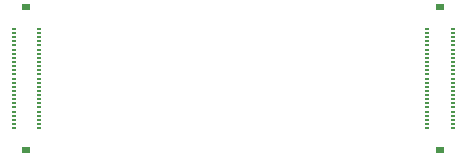
<source format=gbr>
%TF.GenerationSoftware,KiCad,Pcbnew,(6.0.9)*%
%TF.CreationDate,2022-12-01T07:32:15+10:00*%
%TF.ProjectId,NRF52Motherboard,4e524635-324d-46f7-9468-6572626f6172,rev?*%
%TF.SameCoordinates,Original*%
%TF.FileFunction,Paste,Bot*%
%TF.FilePolarity,Positive*%
%FSLAX46Y46*%
G04 Gerber Fmt 4.6, Leading zero omitted, Abs format (unit mm)*
G04 Created by KiCad (PCBNEW (6.0.9)) date 2022-12-01 07:32:15*
%MOMM*%
%LPD*%
G01*
G04 APERTURE LIST*
%ADD10R,0.405000X0.180000*%
%ADD11R,0.760000X0.490000*%
G04 APERTURE END LIST*
D10*
%TO.C,J5*%
X83597500Y-105500000D03*
X81402500Y-105500000D03*
X83597500Y-105850000D03*
X81402500Y-105850000D03*
X83597500Y-106200000D03*
X81402500Y-106200000D03*
X83597500Y-106550000D03*
X81402500Y-106550000D03*
X83597500Y-106900000D03*
X81402500Y-106900000D03*
X83597500Y-107250000D03*
X81402500Y-107250000D03*
X83597500Y-107600000D03*
X81402500Y-107600000D03*
X83597500Y-107950000D03*
X81402500Y-107950000D03*
X83597500Y-108300000D03*
X81402500Y-108300000D03*
X83597500Y-108650000D03*
X81402500Y-108650000D03*
X83597500Y-109000000D03*
X81402500Y-109000000D03*
X83597500Y-109350000D03*
X81402500Y-109350000D03*
X83597500Y-109700000D03*
X81402500Y-109700000D03*
X83597500Y-110050000D03*
X81402500Y-110050000D03*
X83597500Y-110400000D03*
X81402500Y-110400000D03*
X83597500Y-110750000D03*
X81402500Y-110750000D03*
X83597500Y-111100000D03*
X81402500Y-111100000D03*
X83597500Y-111450000D03*
X81402500Y-111450000D03*
X83597500Y-111800000D03*
X81402500Y-111800000D03*
X83597500Y-112150000D03*
X81402500Y-112150000D03*
X83597500Y-112500000D03*
X81402500Y-112500000D03*
X83597500Y-112850000D03*
X81402500Y-112850000D03*
X83597500Y-113200000D03*
X81402500Y-113200000D03*
X83597500Y-113550000D03*
X81402500Y-113550000D03*
X83597500Y-113900000D03*
X81402500Y-113900000D03*
D11*
X82500000Y-115780000D03*
X82500000Y-103620000D03*
%TD*%
D10*
%TO.C,J4*%
X118597500Y-105500000D03*
X116402500Y-105500000D03*
X118597500Y-105850000D03*
X116402500Y-105850000D03*
X118597500Y-106200000D03*
X116402500Y-106200000D03*
X118597500Y-106550000D03*
X116402500Y-106550000D03*
X118597500Y-106900000D03*
X116402500Y-106900000D03*
X118597500Y-107250000D03*
X116402500Y-107250000D03*
X118597500Y-107600000D03*
X116402500Y-107600000D03*
X118597500Y-107950000D03*
X116402500Y-107950000D03*
X118597500Y-108300000D03*
X116402500Y-108300000D03*
X118597500Y-108650000D03*
X116402500Y-108650000D03*
X118597500Y-109000000D03*
X116402500Y-109000000D03*
X118597500Y-109350000D03*
X116402500Y-109350000D03*
X118597500Y-109700000D03*
X116402500Y-109700000D03*
X118597500Y-110050000D03*
X116402500Y-110050000D03*
X118597500Y-110400000D03*
X116402500Y-110400000D03*
X118597500Y-110750000D03*
X116402500Y-110750000D03*
X118597500Y-111100000D03*
X116402500Y-111100000D03*
X118597500Y-111450000D03*
X116402500Y-111450000D03*
X118597500Y-111800000D03*
X116402500Y-111800000D03*
X118597500Y-112150000D03*
X116402500Y-112150000D03*
X118597500Y-112500000D03*
X116402500Y-112500000D03*
X118597500Y-112850000D03*
X116402500Y-112850000D03*
X118597500Y-113200000D03*
X116402500Y-113200000D03*
X118597500Y-113550000D03*
X116402500Y-113550000D03*
X118597500Y-113900000D03*
X116402500Y-113900000D03*
D11*
X117500000Y-115780000D03*
X117500000Y-103620000D03*
%TD*%
M02*

</source>
